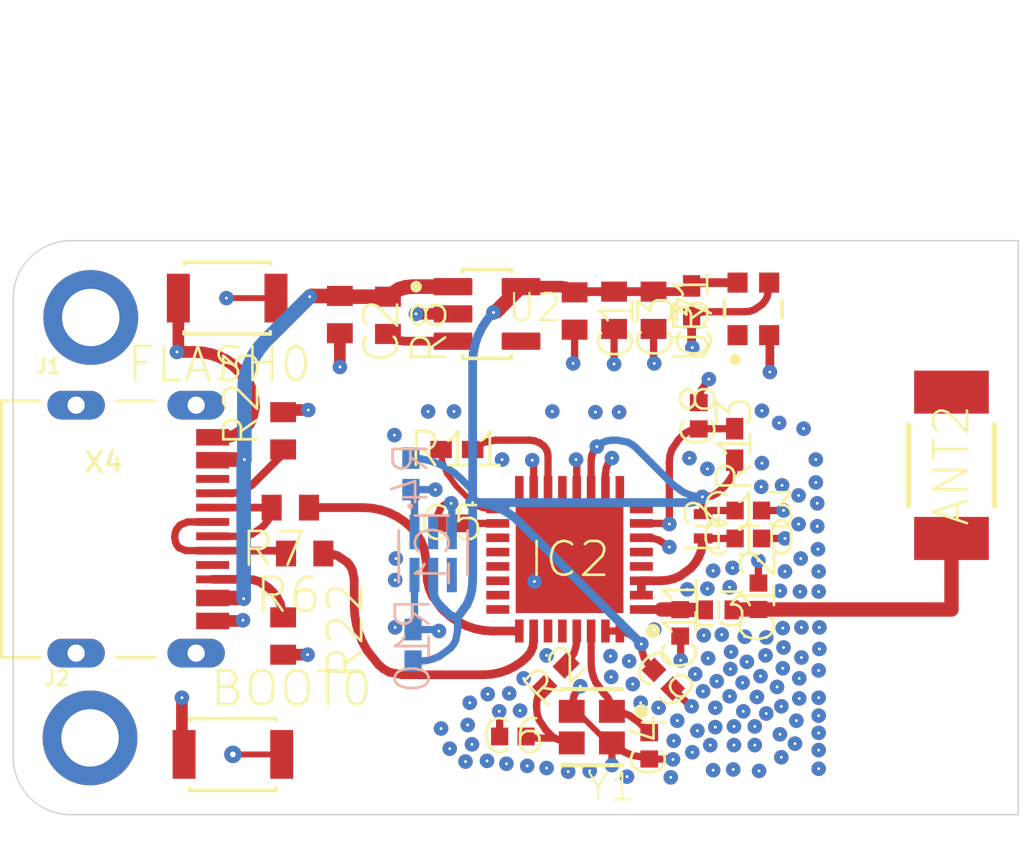
<source format=kicad_pcb>
(kicad_pcb (version 20221018) (generator pcbnew)
  (layers (0 "F.Cu" signal) (1 "In1.Cu" signal) (2 "In2.Cu" signal) (31 "B.Cu" signal) (34 "B.Paste" user) (35 "F.Paste" user) (36 "B.SilkS" user "B.Silkscreen") (37 "F.SilkS" user "F.Silkscreen") (38 "B.Mask" user) (39 "F.Mask" user) (44 "Edge.Cuts" user))
  (net 0 "")
  (net 1 "GND")
  (net 2 "D-")
  (net 3 "D+")
  (net 4 "N$7")
  (net 5 "N$9")
  (net 6 "N$12")
  (net 7 "N$13")
  (net 8 "VBUS")
  (net 9 "N$23")
  (net 10 "VCCIO")
  (net 11 "EN")
  (net 12 "XP")
  (net 13 "XN")
  (net 14 "ANT")
  (net 15 "GPIO9")
  (net 16 "GPIO8")
  (net 17 "SDA")
  (net 18 "SCL")
  (net 19 "N$2")
  (net 20 "NEOPIX")
  (net 21 "N$1")
  (net 22 "N$3")
  (net 23 "N$5")
  (footprint "Bond:RESC1005X40N" (layer "F.Cu") (at 108.24395 66.98105 90)
    (fp_text reference "R13")
    (fp_text value "10K")
  )
  (footprint "Bond:1X01_2MM" (layer "F.Cu") (at 85.79395 77.20605)
    (fp_text reference "J2")
    (fp_text value "")
  )
  (footprint "Bond:SW_B3U-1000P" (layer "F.Cu") (at 90.56895 61.88105)
    (fp_text reference "FLASH0")
    (fp_text value "B3U-1000P")
  )
  (footprint "Bond:SOT95P285X140-5N" (layer "F.Cu") (at 99.61895 62.43105)
    (fp_text reference "U2")
    (fp_text value "AP2112K-3.3TRG1")
  )
  (footprint "Bond:LED_WS2812-2020" (layer "F.Cu") (at 108.89395 62.25605 90)
    (fp_text reference "U3")
    (fp_text value "WS2812-2020")
  )
  (footprint "Bond:CAPC1005X55N" (layer "F.Cu") (at 106.344775 73.197988 -90)
    (fp_text reference "C11")
    (fp_text value "NC")
  )
  (footprint "Bond:C0402" (layer "F.Cu") (at 102.66895 62.33105 -90)
    (fp_text reference "C1")
    (fp_text value "1uF")
  )
  (footprint "Bond:R0402" (layer "F.Cu") (at 93.26895 70.78105 180)
    (fp_text reference "R6")
    (fp_text value "22R")
  )
  (footprint "Bond:QFN50P500X500X90-33N" (layer "F.Cu") (at 102.49395 70.98105 180)
    (fp_text reference "IC2")
    (fp_text value "ESP32-C3FH4")
  )
  (footprint "Bond:R0402" (layer "F.Cu") (at 92.51895 73.65605 -90)
    (fp_text reference "R22")
    (fp_text value "5.1K")
  )
  (footprint "Bond:CAPC1005X55N" (layer "F.Cu") (at 106.99395 65.98105 90)
    (fp_text reference "C8")
    (fp_text value "1uF")
  )
  (footprint "Bond:CAPC1005X55N" (layer "F.Cu") (at 105.761625 75.163375 -45)
    (fp_text reference "C9")
    (fp_text value "100nF")
  )
  (footprint "Bond:R0402" (layer "F.Cu") (at 92.76895 69.18105 180)
    (fp_text reference "R7")
    (fp_text value "22R")
  )
  (footprint "Bond:CAPC1005X55N" (layer "F.Cu") (at 108.71895 70.25605)
    (fp_text reference "C10")
    (fp_text value "100nF")
  )
  (footprint "Bond:MICROBUILDER_USB_C_CUSB31-CFM2AX-01-X" (layer "F.Cu") (at 86.51895 69.93105 -90)
    (fp_text reference "X4")
    (fp_text value "")
  )
  (footprint "Bond:RESC1005X40N" (layer "F.Cu") (at 106.74395 62.00605 -90)
    (fp_text reference "R1")
    (fp_text value "10K")
  )
  (footprint "Bond:RESC1005X40N" (layer "F.Cu") (at 98.56895 67.15605)
    (fp_text reference "R11")
    (fp_text value "10K")
  )
  (footprint "Bond:RESC1005X40N" (layer "F.Cu") (at 101.983593 75.05605 45)
    (fp_text reference "R2")
    (fp_text value "0R")
  )
  (footprint "Bond:LQG15WH0N7B02D" (layer "F.Cu") (at 107.14395 69.83105 -90)
    (fp_text reference "L2")
    (fp_text value "2nH")
  )
  (footprint "Bond:CAPC1005X55N" (layer "F.Cu") (at 105.26895 77.48105 -90)
    (fp_text reference "C4")
    (fp_text value "8pF")
  )
  (footprint "Bond:R0402" (layer "F.Cu") (at 96.16895 62.48105 -90)
    (fp_text reference "R8")
    (fp_text value "100K")
  )
  (footprint "Bond:SW_B3U-1000P" (layer "F.Cu") (at 90.76895 77.78105)
    (fp_text reference "BOOT0")
    (fp_text value "B3U-1000P")
  )
  (footprint "Bond:1X01_2MM" (layer "F.Cu") (at 85.81895 62.55605)
    (fp_text reference "J1")
    (fp_text value "")
  )
  (footprint "Bond:KYOCERA_INTERNATIONAL_INC._ELECTRONIC_COMPONENTS_CX2016DB40000D0FLJCC_0" (layer "F.Cu") (at 103.26895 76.83105 180)
    (fp_text reference "Y1")
    (fp_text value "40MHz" hide)
  )
  (footprint "Bond:NN01102" (layer "F.Cu") (at 115.79395 67.70605 90)
    (fp_text reference "ANT2")
    (fp_text value "NN01-102")
  )
  (footprint "Bond:C0402" (layer "F.Cu") (at 104.04395 62.30605 -90)
    (fp_text reference "C3")
    (fp_text value "10uF")
  )
  (footprint "Bond:CAPC1005X55N" (layer "F.Cu") (at 98.36895 69.73105 180)
    (fp_text reference "C5")
    (fp_text value "1uF")
  )
  (footprint "Bond:C0402" (layer "F.Cu") (at 94.49395 62.45605 -90)
    (fp_text reference "C2")
    (fp_text value "10uF")
  )
  (footprint "Bond:LQW15CNR20J00B" (layer "F.Cu") (at 107.689659 72.7457)
    (fp_text reference "L3")
    (fp_text value "1.2nH")
  )
  (footprint "Bond:CAPC1005X55N" (layer "F.Cu") (at 109.071159 72.271425 90)
    (fp_text reference "C12")
    (fp_text value "NC")
  )
  (footprint "Bond:R0402" (layer "F.Cu") (at 92.51895 66.50605 90)
    (fp_text reference "R23")
    (fp_text value "5.1K")
  )
  (footprint "Bond:CAPC1005X55N" (layer "F.Cu") (at 100.51895 77.15605 180)
    (fp_text reference "C6")
    (fp_text value "8pF")
  )
  (footprint "Bond:C0402" (layer "F.Cu") (at 105.41895 62.30605 -90)
    (fp_text reference "C7")
    (fp_text value "100nF")
  )
  (footprint "Bond:CAPC1005X55N" (layer "F.Cu") (at 108.71895 69.28105)
    (fp_text reference "C13")
    (fp_text value "100nF")
  )
  (footprint "Bond:RESC1005X40N" (layer "B.Cu") (at 96.96895 68.00605 -90)
    (fp_text reference "R4")
    (fp_text value "4.7K")
  )
  (footprint "Bond:TSL25913FN" (layer "B.Cu") (at 97.74395 70.78105 -90)
    (fp_text reference "IC1")
    (fp_text value "TSL25913FN")
  )
  (footprint "Bond:RESC1005X40N" (layer "B.Cu") (at 97.04395 73.98105 90)
    (fp_text reference "R10")
    (fp_text value "4.7K")
  )
  (gr_arc (start 85.11895 79.88105) (mid 83.704736 79.295264) (end 83.11895 77.88105) (stroke (width 0.05)) (layer "Edge.Cuts"))
  (gr_line (start 83.11895 61.88105) (end 83.11895 77.88105) (stroke (width 0.05)) (layer "Edge.Cuts"))
  (gr_line (start 85.11895 79.88105) (end 118.11895 79.88105) (stroke (width 0.05)) (layer "Edge.Cuts"))
  (gr_arc (start 83.11895 61.88105) (mid 83.704736 60.466836) (end 85.11895 59.88105) (stroke (width 0.05)) (layer "Edge.Cuts"))
  (gr_line (start 118.11895 59.88105) (end 85.11895 59.88105) (stroke (width 0.05)) (layer "Edge.Cuts"))
  (gr_line (start 118.11895 79.88105) (end 118.11895 59.88105) (stroke (width 0.05)) (layer "Edge.Cuts"))
  (segment (start 92.51895 65.85605) (end 92.700015 65.78105) (width 0.4064) (layer "F.Cu") (net 1))
  (segment (start 90.523608 64.046099) (end 90.269623 63.920848) (width 0.4064) (layer "F.Cu") (net 1))
  (segment (start 106.704296 76.10605) (end 106.086893 75.488647) (width 0.254) (layer "F.Cu") (net 1))
  (segment (start 90.269623 63.920848) (end 90.001462 63.829819) (width 0.4064) (layer "F.Cu") (net 1))
  (segment (start 107.079403 65.091447) (end 107.322753 64.727247) (width 0.254) (layer "F.Cu") (net 1))
  (segment (start 98.011106 69.179275) (end 98.115916 69.098851) (width 0.254) (layer "F.Cu") (net 1))
  (segment (start 90.06395 66.73105) (end 90.446462 66.73105) (width 0.4064) (layer "F.Cu") (net 1))
  (segment (start 97.90895 69.4259) (end 97.90895 69.4259) (width 0.254) (layer "F.Cu") (net 1))
  (segment (start 91.324509 66.261333) (end 91.422457 66.078087) (width 0.4064) (layer "F.Cu") (net 1))
  (segment (start 89.06895 77.78105) (end 88.99395 77.599985) (width 0.4064) (layer "F.Cu") (net 1))
  (segment (start 103.96895 77.38105) (end 103.96895 78.15605) (width 0.254) (layer "F.Cu") (net 1))
  (segment (start 104.421146 77.709589) (end 104.680143 77.816869) (width 0.254) (layer "F.Cu") (net 1))
  (segment (start 97.90895 69.73105) (end 97.90895 69.4259) (width 0.254) (layer "F.Cu") (net 1))
  (segment (start 103.755562 77.292663) (end 103.96895 77.38105) (width 0.2032) (layer "F.Cu") (net 1))
  (segment (start 104.18212 77.563114) (end 104.421146 77.709589) (width 0.254) (layer "F.Cu") (net 1))
  (segment (start 90.759071 64.203431) (end 90.523608 64.046099) (width 0.4064) (layer "F.Cu") (net 1))
  (segment (start 103.96895 77.38105) (end 104.18212 77.563114) (width 0.254) (layer "F.Cu") (net 1))
  (segment (start 97.90895 69.4259) (end 98.011106 69.179275) (width 0.254) (layer "F.Cu") (net 1))
  (segment (start 106.74395 76.10605) (end 106.704296 76.10605) (width 0.254) (layer "F.Cu") (net 1))
  (segment (start 109.071159 71.036385) (end 109.071159 71.036385) (width 0.254) (layer "F.Cu") (net 1))
  (segment (start 101.872517 71.572961) (end 101.684694 71.673354) (width 0.2032) (layer "F.Cu") (net 1))
  (segment (start 98.43395 62.43105) (end 97.14395 62.43105) (width 0.4064) (layer "F.Cu") (net 1))
  (segment (start 106.99395 65.52105) (end 106.99395 65.52105) (width 0.254) (layer "F.Cu") (net 1))
  (segment (start 102.86895 75.40605) (end 102.86895 75.40605) (width 0.254) (layer "F.Cu") (net 1))
  (segment (start 109.071159 71.811425) (end 109.071159 71.036385) (width 0.254) (layer "F.Cu") (net 1))
  (segment (start 102.56895 76.28105) (end 102.678297 76.295446) (width 0.2032) (layer "F.Cu") (net 1))
  (segment (start 88.86895 61.88105) (end 88.86895 63.635341) (width 0.4064) (layer "F.Cu") (net 1))
  (segment (start 109.071159 71.036385) (end 109.06895 71.03105) (width 0.254) (layer "F.Cu") (net 1))
  (segment (start 92.700015 65.78105) (end 93.39395 65.78105) (width 0.4064) (layer "F.Cu") (net 1))
  (segment (start 98.23797 69.048294) (end 98.36895 69.03105) (width 0.254) (layer "F.Cu") (net 1))
  (segment (start 90.06395 73.13105) (end 91.058593 73.13105) (width 0.4064) (layer "F.Cu") (net 1))
  (segment (start 103.96895 77.38105) (end 103.96895 77.38105) (width 0.254) (layer "F.Cu") (net 1))
  (segment (start 102.646917 75.738346) (end 102.56895 76.130316) (width 0.254) (layer "F.Cu") (net 1))
  (segment (start 102.741569 75.561264) (end 102.646917 75.738346) (width 0.254) (layer "F.Cu") (net 1))
  (segment (start 106.09395 77.95605) (end 106.07895 77.94105) (width 0.254) (layer "F.Cu") (net 1))
  (segment (start 104.04395 62.95605) (end 104.04395 64.18105) (width 0.254) (layer "F.Cu") (net 1))
  (segment (start 91.50314 65.672472) (end 91.50314 65.672473) (width 0.4064) (layer "F.Cu") (net 1))
  (segment (start 90.446462 66.73105) (end 90.446462 66.73105) (width 0.4064) (layer "F.Cu") (net 1))
  (segment (start 106.99395 65.52105) (end 107.01552 65.30204) (width 0.254) (layer "F.Cu") (net 1))
  (segment (start 90.001462 63.829819) (end 89.723714 63.774572) (width 0.4064) (layer "F.Cu") (net 1))
  (segment (start 102.66895 64.035341) (end 102.61895 64.15605) (width 0.254) (layer "F.Cu") (net 1))
  (segment (start 105.41895 62.95605) (end 105.41895 64.095694) (width 0.254) (layer "F.Cu") (net 1))
  (segment (start 105.26895 77.94105) (end 106.07895 77.94105) (width 0.254) (layer "F.Cu") (net 1))
  (segment (start 91.192693 66.42195) (end 91.192693 66.42195) (width 0.4064) (layer "F.Cu") (net 1))
  (segment (start 94.49395 63.10605) (end 94.49395 64.28105) (width 0.4064) (layer "F.Cu") (net 1))
  (segment (start 91.058593 73.13105) (end 91.11895 73.10605) (width 0.4064) (layer "F.Cu") (net 1))
  (segment (start 102.56895 76.130316) (end 102.56895 76.28105) (width 0.254) (layer "F.Cu") (net 1))
  (segment (start 90.652347 66.710772) (end 90.85032 66.650717) (width 0.4064) (layer "F.Cu") (net 1))
  (segment (start 98.115916 69.098851) (end 98.23797 69.048294) (width 0.254) (layer "F.Cu") (net 1))
  (segment (start 101.684694 71.673354) (end 101.26895 71.75605) (width 0.2032) (layer "F.Cu") (net 1))
  (segment (start 100.05895 76.29605) (end 100.05895 77.15605) (width 0.254) (layer "F.Cu") (net 1))
  (segment (start 109.17895 69.28105) (end 109.94395 69.28105) (width 0.254) (layer "F.Cu") (net 1))
  (segment (start 105.232206 77.904307) (end 105.26895 77.94105) (width 0.254) (layer "F.Cu") (net 1))
  (segment (start 98.011106 69.179275) (end 98.011106 69.179275) (width 0.254) (layer "F.Cu") (net 1))
  (segment (start 89.723714 63.774572) (end 89.441131 63.75605) (width 0.4064) (layer "F.Cu") (net 1))
  (segment (start 91.50314 65.672473) (end 91.480813 65.388782) (width 0.4064) (layer "F.Cu") (net 1))
  (segment (start 105.41895 64.095694) (end 105.41895 64.095694) (width 0.254) (layer "F.Cu") (net 1))
  (segment (start 107.322753 64.727247) (end 107.34395 64.70605) (width 0.254) (layer "F.Cu") (net 1))
  (segment (start 102.780193 76.337653) (end 102.867693 76.404794) (width 0.2032) (layer "F.Cu") (net 1))
  (segment (start 109.17895 70.25605) (end 109.99395 70.25605) (width 0.254) (layer "F.Cu") (net 1))
  (segment (start 109.46895 63.231407) (end 109.46895 64.45605) (width 0.3048) (layer "F.Cu") (net 1))
  (segment (start 102.86895 75.40605) (end 102.741569 75.561264) (width 0.254) (layer "F.Cu") (net 1))
  (segment (start 91.422457 66.078087) (end 91.50314 65.672472) (width 0.4064) (layer "F.Cu") (net 1))
  (segment (start 91.414382 65.112077) (end 91.305482 64.849171) (width 0.4064) (layer "F.Cu") (net 1))
  (segment (start 91.192693 66.42195) (end 91.324509 66.261333) (width 0.4064) (layer "F.Cu") (net 1))
  (segment (start 102.66895 62.98105) (end 102.66895 64.035341) (width 0.254) (layer "F.Cu") (net 1))
  (segment (start 90.446462 66.73105) (end 90.652347 66.710772) (width 0.4064) (layer "F.Cu") (net 1))
  (segment (start 106.344775 73.657988) (end 106.344775 73.657987) (width 0.254) (layer "F.Cu") (net 1))
  (segment (start 100.04395 76.28105) (end 100.05895 76.29605) (width 0.254) (layer "F.Cu") (net 1))
  (segment (start 102.66895 64.035341) (end 102.66895 64.035341) (width 0.254) (layer "F.Cu") (net 1))
  (segment (start 90.971984 64.39015) (end 90.971985 64.39015) (width 0.4064) (layer "F.Cu") (net 1))
  (segment (start 91.305482 64.849171) (end 90.971984 64.39015) (width 0.4064) (layer "F.Cu") (net 1))
  (segment (start 109.44395 63.17105) (end 109.46895 63.231407) (width 0.3048) (layer "F.Cu") (net 1))
  (segment (start 102.49395 70.98105) (end 102.037146 71.437854) (width 0.2032) (layer "F.Cu") (net 1))
  (segment (start 102.867693 76.404794) (end 103.755562 77.292663) (width 0.2032) (layer "F.Cu") (net 1))
  (segment (start 88.99395 77.599985) (end 88.99395 75.80605) (width 0.4064) (layer "F.Cu") (net 1))
  (segment (start 90.971985 64.39015) (end 90.759071 64.203431) (width 0.4064) (layer "F.Cu") (net 1))
  (segment (start 89.441131 63.75605) (end 88.81895 63.75605) (width 0.4064) (layer "F.Cu") (net 1))
  (segment (start 88.86895 63.635341) (end 88.81895 63.75605) (width 0.4064) (layer "F.Cu") (net 1))
  (segment (start 102.678297 76.295446) (end 102.780193 76.337653) (width 0.2032) (layer "F.Cu") (net 1))
  (segment (start 105.41895 64.095694) (end 105.44395 64.15605) (width 0.254) (layer "F.Cu") (net 1))
  (segment (start 106.344775 73.657987) (end 106.363403 73.70296) (width 0.254) (layer "F.Cu") (net 1))
  (segment (start 91.480813 65.388782) (end 91.414382 65.112077) (width 0.4064) (layer "F.Cu") (net 1))
  (segment (start 90.85032 66.650717) (end 91.192693 66.42195) (width 0.4064) (layer "F.Cu") (net 1))
  (segment (start 102.56895 76.28105) (end 102.56895 76.28105) (width 0.2032) (layer "F.Cu") (net 1))
  (segment (start 91.058593 73.13105) (end 91.058593 73.13105) (width 0.4064) (layer "F.Cu") (net 1))
  (segment (start 88.86895 63.635341) (end 88.86895 63.635341) (width 0.4064) (layer "F.Cu") (net 1))
  (segment (start 106.363403 73.70296) (end 106.363403 74.501241) (width 0.254) (layer "F.Cu") (net 1))
  (segment (start 104.680143 77.816869) (end 105.232206 77.904307) (width 0.254) (layer "F.Cu") (net 1))
  (segment (start 89.06895 77.78105) (end 89.06895 77.78105) (width 0.4064) (layer "F.Cu") (net 1))
  (segment (start 92.51895 74.30605) (end 93.36895 74.30605) (width 0.4064) (layer "F.Cu") (net 1))
  (segment (start 102.037146 71.437854) (end 102.037146 71.437854) (width 0.2032) (layer "F.Cu") (net 1))
  (segment (start 92.51895 65.85605) (end 92.51895 65.85605) (width 0.4064) (layer "F.Cu") (net 1))
  (segment (start 109.44395 63.17105) (end 109.44395 63.17105) (width 0.3048) (layer "F.Cu") (net 1))
  (segment (start 107.01552 65.30204) (end 107.079403 65.091447) (width 0.254) (layer "F.Cu") (net 1))
  (segment (start 102.037146 71.437854) (end 101.872517 71.572961) (width 0.2032) (layer "F.Cu") (net 1))
  (segment (start 103.755562 77.292663) (end 103.755562 77.292663) (width 0.2032) (layer "F.Cu") (net 1))
  (via (at 109.34395 76.35605) (size 0.5064) (drill 0.1) (layers "F.Cu" "B.Cu") (net 1))
  (via (at 108.51895 75.28105) (size 0.5064) (drill 0.1) (layers "F.Cu" "B.Cu") (net 1))
  (via (at 109.81895 72.08105) (size 0.5064) (drill 0.1) (layers "F.Cu" "B.Cu") (net 1))
  (via (at 96.41895 71.70605) (size 0.5064) (drill 0.1) (layers "F.Cu" "B.Cu") (net 1))
  (via (at 110.46895 69.75605) (size 0.5064) (drill 0.1) (layers "F.Cu" "B.Cu") (net 1))
  (via (at 107.29395 72.00605) (size 0.5064) (drill 0.1) (layers "F.Cu" "B.Cu") (net 1))
  (via (at 98.31895 77.58105) (size 0.5064) (drill 0.1) (layers "F.Cu" "B.Cu") (net 1))
  (via (at 98.46895 65.83105) (size 0.5064) (drill 0.1) (layers "F.Cu" "B.Cu") (net 1))
  (via (at 100.14395 67.50605) (size 0.5064) (drill 0.1) (layers "F.Cu" "B.Cu") (net 1))
  (via (at 102.61895 64.15605) (size 0.5064) (drill 0.1) (layers "F.Cu" "B.Cu") (net 1))
  (via (at 107.56895 76.15605) (size 0.5064) (drill 0.1) (layers "F.Cu" "B.Cu") (net 1))
  (via (at 105.59395 76.15605) (size 0.5064) (drill 0.1) (layers "F.Cu" "B.Cu") (net 1))
  (via (at 96.41895 73.35605) (size 0.5064) (drill 0.1) (layers "F.Cu" "B.Cu") (net 1))
  (via (at 103.96895 78.15605) (size 0.5064) (drill 0.1) (layers "F.Cu" "B.Cu") (net 1))
  (via (at 88.81895 63.75605) (size 0.5064) (drill 0.1) (layers "F.Cu" "B.Cu") (net 1))
  (via (at 97.56895 65.83105) (size 0.5064) (drill 0.1) (layers "F.Cu" "B.Cu") (net 1))
  (via (at 98.86895 78.03105) (size 0.5064) (drill 0.1) (layers "F.Cu" "B.Cu") (net 1))
  (via (at 100.89395 75.13105) (size 0.5064) (drill 0.1) (layers "F.Cu" "B.Cu") (net 1))
  (via (at 104.96895 75.98105) (size 0.5064) (drill 0.1) (layers "F.Cu" "B.Cu") (net 1))
  (via (at 105.44395 73.43105) (size 0.5064) (drill 0.1) (layers "F.Cu" "B.Cu") (net 1))
  (via (at 106.01895 78.58105) (size 0.5064) (drill 0.1) (layers "F.Cu" "B.Cu") (net 1))
  (via (at 110.54395 70.95605) (size 0.5064) (drill 0.1) (layers "F.Cu" "B.Cu") (net 1))
  (via (at 109.01895 75.78105) (size 0.5064) (drill 0.1) (layers "F.Cu" "B.Cu") (net 1))
  (via (at 109.34395 73.70605) (size 0.5064) (drill 0.1) (layers "F.Cu" "B.Cu") (net 1))
  (via (at 111.16895 71.40605) (size 0.5064) (drill 0.1) (layers "F.Cu" "B.Cu") (net 1))
  (via (at 108.19395 78.30605) (size 0.5064) (drill 0.1) (layers "F.Cu" "B.Cu") (net 1))
  (via (at 107.79395 73.60605) (size 0.5064) (drill 0.1) (layers "F.Cu" "B.Cu") (net 1))
  (via (at 108.94395 77.45605) (size 0.5064) (drill 0.1) (layers "F.Cu" "B.Cu") (net 1))
  (via (at 109.94395 74.05605) (size 0.5064) (drill 0.1) (layers "F.Cu" "B.Cu") (net 1))
  (via (at 110.64395 66.43105) (size 0.5064) (drill 0.1) (layers "F.Cu" "B.Cu") (net 1))
  (via (at 110.56895 74.40605) (size 0.5064) (drill 0.1) (layers "F.Cu" "B.Cu") (net 1))
  (via (at 108.11895 74.20605) (size 0.5064) (drill 0.1) (layers "F.Cu" "B.Cu") (net 1))
  (via (at 106.363403 74.501241) (size 0.5064) (drill 0.1) (layers "F.Cu" "B.Cu") (net 1))
  (via (at 108.59395 73.68105) (size 0.5064) (drill 0.1) (layers "F.Cu" "B.Cu") (net 1))
  (via (at 111.19395 74.10605) (size 0.5064) (drill 0.1) (layers "F.Cu" "B.Cu") (net 1))
  (via (at 101.01895 78.18105) (size 0.5064) (drill 0.1) (layers "F.Cu" "B.Cu") (net 1))
  (via (at 106.94395 76.95605) (size 0.5064) (drill 0.1) (layers "F.Cu" "B.Cu") (net 1))
  (via (at 104.69395 75.33105) (size 0.5064) (drill 0.1) (layers "F.Cu" "B.Cu") (net 1))
  (via (at 100.04395 76.28105) (size 0.5064) (drill 0.1) (layers "F.Cu" "B.Cu") (net 1))
  (via (at 103.19395 78.35605) (size 0.5064) (drill 0.1) (layers "F.Cu" "B.Cu") (net 1))
  (via (at 108.16895 71.28105) (size 0.5064) (drill 0.1) (layers "F.Cu" "B.Cu") (net 1))
  (via (at 111.16895 78.28105) (size 0.5064) (drill 0.1) (layers "F.Cu" "B.Cu") (net 1))
  (via (at 103.39395 65.85605) (size 0.5064) (drill 0.1) (layers "F.Cu" "B.Cu") (net 1))
  (via (at 109.89395 68.40605) (size 0.5064) (drill 0.1) (layers "F.Cu" "B.Cu") (net 1))
  (via (at 98.36895 69.03105) (size 0.5064) (drill 0.1) (layers "F.Cu" "B.Cu") (net 1))
  (via (at 109.91895 74.78105) (size 0.5064) (drill 0.1) (layers "F.Cu" "B.Cu") (net 1))
  (via (at 109.14395 75.05605) (size 0.5064) (drill 0.1) (layers "F.Cu" "B.Cu") (net 1))
  (via (at 109.19395 65.80605) (size 0.5064) (drill 0.1) (layers "F.Cu" "B.Cu") (net 1))
  (via (at 96.39395 66.65605) (size 0.5064) (drill 0.1) (layers "F.Cu" "B.Cu") (net 1))
  (via (at 111.16895 77.03105) (size 0.5064) (drill 0.1) (layers "F.Cu" "B.Cu") (net 1))
  (via (at 109.19395 67.63105) (size 0.5064) (drill 0.1) (layers "F.Cu" "B.Cu") (net 1))
  (via (at 102.86895 75.40605) (size 0.5064) (drill 0.1) (layers "F.Cu" "B.Cu") (net 1))
  (via (at 93.39395 65.78105) (size 0.5064) (drill 0.1) (layers "F.Cu" "B.Cu") (net 1))
  (via (at 111.16895 75.80605) (size 0.5064) (drill 0.1) (layers "F.Cu" "B.Cu") (net 1))
  (via (at 100.29395 78.10605) (size 0.5064) (drill 0.1) (layers "F.Cu" "B.Cu") (net 1))
  (via (at 101.69395 78.25605) (size 0.5064) (drill 0.1) (layers "F.Cu" "B.Cu") (net 1))
  (via (at 106.24395 76.60605) (size 0.5064) (drill 0.1) (layers "F.Cu" "B.Cu") (net 1))
  (via (at 109.91895 73.38105) (size 0.5064) (drill 0.1) (layers "F.Cu" "B.Cu") (net 1))
  (via (at 110.34395 77.40605) (size 0.5064) (drill 0.1) (layers "F.Cu" "B.Cu") (net 1))
  (via (at 106.76895 77.70605) (size 0.5064) (drill 0.1) (layers "F.Cu" "B.Cu") (net 1))
  (via (at 111.16895 77.63105) (size 0.5064) (drill 0.1) (layers "F.Cu" "B.Cu") (net 1))
  (via (at 109.81895 77.08105) (size 0.5064) (drill 0.1) (layers "F.Cu" "B.Cu") (net 1))
  (via (at 107.39395 77.45605) (size 0.5064) (drill 0.1) (layers "F.Cu" "B.Cu") (net 1))
  (via (at 108.06895 75.75605) (size 0.5064) (drill 0.1) (layers "F.Cu" "B.Cu") (net 1))
  (via (at 111.11895 69.83105) (size 0.5064) (drill 0.1) (layers "F.Cu" "B.Cu") (net 1))
  (via (at 111.16895 72.10605) (size 0.5064) (drill 0.1) (layers "F.Cu" "B.Cu") (net 1))
  (via (at 107.34395 64.70605) (size 0.5064) (drill 0.1) (layers "F.Cu" "B.Cu") (net 1))
  (via (at 109.16895 68.45605) (size 0.5064) (drill 0.1) (layers "F.Cu" "B.Cu") (net 1))
  (via (at 111.11895 69.03105) (size 0.5064) (drill 0.1) (layers "F.Cu" "B.Cu") (net 1))
  (via (at 108.09395 74.80605) (size 0.5064) (drill 0.1) (layers "F.Cu" "B.Cu") (net 1))
  (via (at 110.49395 75.13105) (size 0.5064) (drill 0.1) (layers "F.Cu" "B.Cu") (net 1))
  (via (at 109.09395 78.35605) (size 0.5064) (drill 0.1) (layers "F.Cu" "B.Cu") (net 1))
  (via (at 109.71895 75.43105) (size 0.5064) (drill 0.1) (layers "F.Cu" "B.Cu") (net 1))
  (via (at 109.06895 71.03105) (size 0.5064) (drill 0.1) (layers "F.Cu" "B.Cu") (net 1))
  (via (at 103.91895 74.35605) (size 0.5064) (drill 0.1) (layers "F.Cu" "B.Cu") (net 1))
  (via (at 101.69395 74.33105) (size 0.5064) (drill 0.1) (layers "F.Cu" "B.Cu") (net 1))
  (via (at 110.39395 76.60605) (size 0.5064) (drill 0.1) (layers "F.Cu" "B.Cu") (net 1))
  (via (at 105.44395 64.15605) (size 0.5064) (drill 0.1) (layers "F.Cu" "B.Cu") (net 1))
  (via (at 91.11895 73.10605) (size 0.5064) (drill 0.1) (layers "F.Cu" "B.Cu") (net 1))
  (via (at 108.06895 71.95605) (size 0.5064) (drill 0.1) (layers "F.Cu" "B.Cu") (net 1))
  (via (at 106.66895 67.45605) (size 0.5064) (drill 0.1) (layers "F.Cu" "B.Cu") (net 1))
  (via (at 107.16895 73.63105) (size 0.5064) (drill 0.1) (layers "F.Cu" "B.Cu") (net 1))
  (via (at 108.54395 76.28105) (size 0.5064) (drill 0.1) (layers "F.Cu" "B.Cu") (net 1))
  (via (at 107.29395 67.83105) (size 0.5064) (drill 0.1) (layers "F.Cu" "B.Cu") (net 1))
  (via (at 88.99395 75.80605) (size 0.5064) (drill 0.1) (layers "F.Cu" "B.Cu") (net 1))
  (via (at 99.09395 77.43105) (size 0.5064) (drill 0.1) (layers "F.Cu" "B.Cu") (net 1))
  (via (at 106.74395 76.10605) (size 0.5064) (drill 0.1) (layers "F.Cu" "B.Cu") (net 1))
  (via (at 104.04395 64.18105) (size 0.5064) (drill 0.1) (layers "F.Cu" "B.Cu") (net 1))
  (via (at 94.49395 64.28105) (size 0.5064) (drill 0.1) (layers "F.Cu" "B.Cu") (net 1))
  (via (at 106.09395 77.95605) (size 0.5064) (drill 0.1) (layers "F.Cu" "B.Cu") (net 1))
  (via (at 99.01895 75.98105) (size 0.5064) (drill 0.1) (layers "F.Cu" "B.Cu") (net 1))
  (via (at 110.56895 73.35605) (size 0.5064) (drill 0.1) (layers "F.Cu" "B.Cu") (net 1))
  (via (at 111.06895 67.50605) (size 0.5064) (drill 0.1) (layers "F.Cu" "B.Cu") (net 1))
  (via (at 111.19395 73.35605) (size 0.5064) (drill 0.1) (layers "F.Cu" "B.Cu") (net 1))
  (via (at 109.99395 71.40605) (size 0.5064) (drill 0.1) (layers "F.Cu" "B.Cu") (net 1))
  (via (at 104.21895 65.85605) (size 0.5064) (drill 0.1) (layers "F.Cu" "B.Cu") (net 1))
  (via (at 107.56895 76.83105) (size 0.5064) (drill 0.1) (layers "F.Cu" "B.Cu") (net 1))
  (via (at 106.59395 72.03105) (size 0.5064) (drill 0.1) (layers "F.Cu" "B.Cu") (net 1))
  (via (at 109.86895 77.88105) (size 0.5064) (drill 0.1) (layers "F.Cu" "B.Cu") (net 1))
  (via (at 107.31895 74.43105) (size 0.5064) (drill 0.1) (layers "F.Cu" "B.Cu") (net 1))
  (via (at 98.01895 76.88105) (size 0.5064) (drill 0.1) (layers "F.Cu" "B.Cu") (net 1))
  (via (at 106.86895 74.98105) (size 0.5064) (drill 0.1) (layers "F.Cu" "B.Cu") (net 1))
  (via (at 111.06895 68.30605) (size 0.5064) (drill 0.1) (layers "F.Cu" "B.Cu") (net 1))
  (via (at 109.46895 64.45605) (size 0.5064) (drill 0.1) (layers "F.Cu" "B.Cu") (net 1))
  (via (at 104.56895 74.53105) (size 0.5064) (drill 0.1) (layers "F.Cu" "B.Cu") (net 1))
  (via (at 107.49395 71.38105) (size 0.5064) (drill 0.1) (layers "F.Cu" "B.Cu") (net 1))
  (via (at 101.26895 71.75605) (size 0.5064) (drill 0.1) (layers "F.Cu" "B.Cu") (net 1))
  (via (at 108.66895 74.55605) (size 0.5064) (drill 0.1) (layers "F.Cu" "B.Cu") (net 1))
  (via (at 107.61895 75.23105) (size 0.5064) (drill 0.1) (layers "F.Cu" "B.Cu") (net 1))
  (via (at 102.44395 78.38105) (size 0.5064) (drill 0.1) (layers "F.Cu" "B.Cu") (net 1))
  (via (at 99.61895 78.00605) (size 0.5064) (drill 0.1) (layers "F.Cu" "B.Cu") (net 1))
  (via (at 98.94395 76.75605) (size 0.5064) (drill 0.1) (layers "F.Cu" "B.Cu") (net 1))
  (via (at 106.11895 77.30605) (size 0.5064) (drill 0.1) (layers "F.Cu" "B.Cu") (net 1))
  (via (at 104.49395 78.55605) (size 0.5064) (drill 0.1) (layers "F.Cu" "B.Cu") (net 1))
  (via (at 107.14395 75.58105) (size 0.5064) (drill 0.1) (layers "F.Cu" "B.Cu") (net 1))
  (via (at 100.39395 75.65605) (size 0.5064) (drill 0.1) (layers "F.Cu" "B.Cu") (net 1))
  (via (at 109.79395 66.23105) (size 0.5064) (drill 0.1) (layers "F.Cu" "B.Cu") (net 1))
  (via (at 111.16895 74.85605) (size 0.5064) (drill 0.1) (layers "F.Cu" "B.Cu") (net 1))
  (via (at 109.99395 70.25605) (size 0.5064) (drill 0.1) (layers "F.Cu" "B.Cu") (net 1))
  (via (at 111.16895 76.43105) (size 0.5064) (drill 0.1) (layers "F.Cu" "B.Cu") (net 1))
  (via (at 93.36895 74.30605) (size 0.5064) (drill 0.1) (layers "F.Cu" "B.Cu") (net 1))
  (via (at 97.14395 62.43105) (size 0.5064) (drill 0.1) (layers "F.Cu" "B.Cu") (net 1))
  (via (at 100.76895 76.25605) (size 0.5064) (drill 0.1) (layers "F.Cu" "B.Cu") (net 1))
  (via (at 96.44395 70.95605) (size 0.5064) (drill 0.1) (layers "F.Cu" "B.Cu") (net 1))
  (via (at 101.89395 65.83105) (size 0.5064) (drill 0.1) (layers "F.Cu" "B.Cu") (net 1))
  (via (at 110.51895 72.10605) (size 0.5064) (drill 0.1) (layers "F.Cu" "B.Cu") (net 1))
  (via (at 110.46895 68.75605) (size 0.5064) (drill 0.1) (layers "F.Cu" "B.Cu") (net 1))
  (via (at 103.94395 75.08105) (size 0.5064) (drill 0.1) (layers "F.Cu" "B.Cu") (net 1))
  (via (at 99.64395 75.68105) (size 0.5064) (drill 0.1) (layers "F.Cu" "B.Cu") (net 1))
  (via (at 109.94395 69.28105) (size 0.5064) (drill 0.1) (layers "F.Cu" "B.Cu") (net 1))
  (via (at 108.21895 77.45605) (size 0.5064) (drill 0.1) (layers "F.Cu" "B.Cu") (net 1))
  (via (at 108.21895 76.80605) (size 0.5064) (drill 0.1) (layers "F.Cu" "B.Cu") (net 1))
  (via (at 109.86895 76.10605) (size 0.5064) (drill 0.1) (layers "F.Cu" "B.Cu") (net 1))
  (via (at 108.94395 76.80605) (size 0.5064) (drill 0.1) (layers "F.Cu" "B.Cu") (net 1))
  (via (at 111.14395 70.63105) (size 0.5064) (drill 0.1) (layers "F.Cu" "B.Cu") (net 1))
  (via (at 110.49395 75.83105) (size 0.5064) (drill 0.1) (layers "F.Cu" "B.Cu") (net 1))
  (via (at 109.31895 74.33105) (size 0.5064) (drill 0.1) (layers "F.Cu" "B.Cu") (net 1))
  (via (at 107.49395 78.33105) (size 0.5064) (drill 0.1) (layers "F.Cu" "B.Cu") (net 1))
  (segment (start 98.39395 69.05605) (end 98.36895 69.03105) (width 0.254) (layer "B.Cu") (net 1))
  (segment (start 98.39395 69.05605) (end 98.39395 70.03105) (width 0.254) (layer "B.Cu") (net 1))
  (segment (start 97.540499 71.729859) (end 97.604616 71.996925) (width 0.3048) (layer "F.Cu") (net 2))
  (segment (start 97.162535 70.091232) (end 97.315545 70.34092) (width 0.3048) (layer "F.Cu") (net 2))
  (segment (start 97.51895 71.45605) (end 97.51895 71.45605) (width 0.3048) (layer "F.Cu") (net 2))
  (segment (start 96.486216 69.495528) (end 96.741508 69.66611) (width 0.3048) (layer "F.Cu") (net 2))
  (segment (start 98.031603 72.693704) (end 98.11895 72.78105) (width 0.3048) (layer "F.Cu") (net 2))
  (segment (start 96.741508 69.66611) (end 96.97235 69.868554) (width 0.3048) (layer "F.Cu") (net 2))
  (segment (start 98.894306 73.299126) (end 99.190336 73.399614) (width 0.3048) (layer "F.Cu") (net 2))
  (segment (start 97.51895 71.45605) (end 97.540499 71.729859) (width 0.3048) (layer "F.Cu") (net 2))
  (segment (start 97.604616 71.996925) (end 97.709722 72.250673) (width 0.3048) (layer "F.Cu") (net 2))
  (segment (start 93.41895 69.18105) (end 95.312584 69.18105) (width 0.3048) (layer "F.Cu") (net 2))
  (segment (start 98.353991 72.987175) (end 98.613925 73.160857) (width 0.3048) (layer "F.Cu") (net 2))
  (segment (start 95.312584 69.18105) (end 95.312584 69.18105) (width 0.3048) (layer "F.Cu") (net 2))
  (segment (start 95.312584 69.18105) (end 95.618964 69.201132) (width 0.3048) (layer "F.Cu") (net 2))
  (segment (start 96.97235 69.868554) (end 96.97235 69.868554) (width 0.3048) (layer "F.Cu") (net 2))
  (segment (start 96.97235 69.868554) (end 97.162535 70.091232) (width 0.3048) (layer "F.Cu") (net 2))
  (segment (start 99.496949 73.460603) (end 99.8089 73.48105) (width 0.3048) (layer "F.Cu") (net 2))
  (segment (start 98.613925 73.160857) (end 98.894306 73.299126) (width 0.3048) (layer "F.Cu") (net 2))
  (segment (start 95.618964 69.201132) (end 95.920101 69.261033) (width 0.3048) (layer "F.Cu") (net 2))
  (segment (start 98.11895 72.78105) (end 98.11895 72.78105) (width 0.3048) (layer "F.Cu") (net 2))
  (segment (start 97.709722 72.250673) (end 98.031603 72.693704) (width 0.3048) (layer "F.Cu") (net 2))
  (segment (start 99.190336 73.399614) (end 99.496949 73.460603) (width 0.3048) (layer "F.Cu") (net 2))
  (segment (start 97.51895 71.18816) (end 97.51895 71.45605) (width 0.3048) (layer "F.Cu") (net 2))
  (segment (start 99.8089 73.48105) (end 100.74395 73.48105) (width 0.3048) (layer "F.Cu") (net 2))
  (segment (start 97.427611 70.611471) (end 97.51895 71.18816) (width 0.3048) (layer "F.Cu") (net 2))
  (segment (start 98.11895 72.78105) (end 98.353991 72.987175) (width 0.3048) (layer "F.Cu") (net 2))
  (segment (start 97.315545 70.34092) (end 97.427611 70.611471) (width 0.3048) (layer "F.Cu") (net 2))
  (segment (start 96.210843 69.359728) (end 96.486216 69.495528) (width 0.3048) (layer "F.Cu") (net 2))
  (segment (start 95.920101 69.261033) (end 96.210843 69.359728) (width 0.3048) (layer "F.Cu") (net 2))
  (segment (start 95.848759 74.66515) (end 95.848759 74.66515) (width 0.3048) (layer "F.Cu") (net 3))
  (segment (start 99.781462 74.987699) (end 99.501487 75.00605) (width 0.3048) (layer "F.Cu") (net 3))
  (segment (start 93.91895 70.78105) (end 94.01895 70.88105) (width 0.254) (layer "F.Cu") (net 3))
  (segment (start 100.807264 74.562797) (end 100.573974 74.718677) (width 0.3048) (layer "F.Cu") (net 3))
  (segment (start 94.411653 70.859017) (end 94.74395 71.08105) (width 0.3048) (layer "F.Cu") (net 3))
  (segment (start 101.018212 74.3778) (end 101.018212 74.3778) (width 0.3048) (layer "F.Cu") (net 3))
  (segment (start 94.74395 71.08105) (end 94.74395 71.081049) (width 0.3048) (layer "F.Cu") (net 3))
  (segment (start 96.025134 74.809897) (end 96.226359 74.917454) (width 0.3048) (layer "F.Cu") (net 3))
  (segment (start 101.24395 73.832829) (end 101.24395 73.832829) (width 0.3048) (layer "F.Cu") (net 3))
  (segment (start 101.217688 74.032302) (end 101.140693 74.218182) (width 0.3048) (layer "F.Cu") (net 3))
  (segment (start 94.99395 71.684604) (end 94.99395 72.601457) (width 0.3048) (layer "F.Cu") (net 3))
  (segment (start 100.322333 74.842773) (end 100.056647 74.932961) (width 0.3048) (layer "F.Cu") (net 3))
  (segment (start 94.019684 70.78105) (end 94.019683 70.78105) (width 0.3048) (layer "F.Cu") (net 3))
  (segment (start 93.91895 70.78105) (end 94.019684 70.78105) (width 0.3048) (layer "F.Cu") (net 3))
  (segment (start 96.671768 75.00605) (end 99.501487 75.00605) (width 0.3048) (layer "F.Cu") (net 3))
  (segment (start 94.019683 70.78105) (end 94.219508 70.800731) (width 0.3048) (layer "F.Cu") (net 3))
  (segment (start 101.018212 74.3778) (end 100.807264 74.562797) (width 0.3048) (layer "F.Cu") (net 3))
  (segment (start 100.573974 74.718677) (end 100.322333 74.842773) (width 0.3048) (layer "F.Cu") (net 3))
  (segment (start 95.157726 73.565377) (end 95.282972 73.867748) (width 0.3048) (layer "F.Cu") (net 3))
  (segment (start 95.012301 72.928226) (end 95.067123 73.250885) (width 0.3048) (layer "F.Cu") (net 3))
  (segment (start 101.24395 73.832829) (end 101.217688 74.032302) (width 0.3048) (layer "F.Cu") (net 3))
  (segment (start 94.928977 71.357963) (end 94.99395 71.684604) (width 0.3048) (layer "F.Cu") (net 3))
  (segment (start 94.219508 70.800731) (end 94.411653 70.859017) (width 0.3048) (layer "F.Cu") (net 3))
  (segment (start 95.282972 73.867748) (end 95.441285 74.154194) (width 0.3048) (layer "F.Cu") (net 3))
  (segment (start 101.140693 74.218182) (end 101.018212 74.3778) (width 0.3048) (layer "F.Cu") (net 3))
  (segment (start 95.441285 74.154194) (end 95.848759 74.66515) (width 0.3048) (layer "F.Cu") (net 3))
  (segment (start 95.848759 74.66515) (end 96.025134 74.809897) (width 0.3048) (layer "F.Cu") (net 3))
  (segment (start 96.226359 74.917454) (end 96.671768 75.00605) (width 0.3048) (layer "F.Cu") (net 3))
  (segment (start 94.99395 72.601457) (end 94.99395 72.601457) (width 0.3048) (layer "F.Cu") (net 3))
  (segment (start 100.056647 74.932961) (end 99.781462 74.987699) (width 0.3048) (layer "F.Cu") (net 3))
  (segment (start 94.8501 71.210394) (end 94.928977 71.357963) (width 0.3048) (layer "F.Cu") (net 3))
  (segment (start 101.24395 73.48105) (end 101.24395 73.832829) (width 0.3048) (layer "F.Cu") (net 3))
  (segment (start 94.74395 71.081049) (end 94.8501 71.210394) (width 0.3048) (layer "F.Cu") (net 3))
  (segment (start 94.99395 72.601457) (end 95.012301 72.928226) (width 0.3048) (layer "F.Cu") (net 3))
  (segment (start 95.067123 73.250885) (end 95.157726 73.565377) (width 0.3048) (layer "F.Cu") (net 3))
  (segment (start 91.686653 71.759017) (end 92.01895 71.98105) (width 0.3048) (layer "F.Cu") (net 4))
  (segment (start 92.147718 72.109819) (end 92.147718 72.109819) (width 0.3048) (layer "F.Cu") (net 4))
  (segment (start 90.06395 71.68105) (end 91.294684 71.68105) (width 0.3048) (layer "F.Cu") (net 4))
  (segment (start 92.305343 72.301886) (end 92.42247 72.521013) (width 0.3048) (layer "F.Cu") (net 4))
  (segment (start 91.294683 71.68105) (end 91.494508 71.700731) (width 0.3048) (layer "F.Cu") (net 4))
  (segment (start 92.42247 72.521013) (end 92.51895 73.00605) (width 0.3048) (layer "F.Cu") (net 4))
  (segment (start 91.494508 71.700731) (end 91.686653 71.759017) (width 0.3048) (layer "F.Cu") (net 4))
  (segment (start 91.294684 71.68105) (end 91.294683 71.68105) (width 0.3048) (layer "F.Cu") (net 4))
  (segment (start 92.01895 71.98105) (end 92.147718 72.109819) (width 0.3048) (layer "F.Cu") (net 4))
  (segment (start 92.147718 72.109819) (end 92.305343 72.301886) (width 0.3048) (layer "F.Cu") (net 4))
  (segment (start 90.719684 68.68105) (end 90.919508 68.661369) (width 0.27) (layer "F.Cu") (net 5))
  (segment (start 91.44395 68.38105) (end 92.412884 67.412116) (width 0.27) (layer "F.Cu") (net 5))
  (segment (start 91.111654 68.603082) (end 91.44395 68.38105) (width 0.27) (layer "F.Cu") (net 5))
  (segment (start 92.412884 67.412116) (end 92.51895 67.15605) (width 0.27) (layer "F.Cu") (net 5))
  (segment (start 92.412884 67.412116) (end 92.412884 67.412116) (width 0.27) (layer "F.Cu") (net 5))
  (segment (start 90.06395 68.68105) (end 90.719684 68.68105) (width 0.27) (layer "F.Cu") (net 5))
  (segment (start 90.919508 68.661369) (end 91.111654 68.603082) (width 0.27) (layer "F.Cu") (net 5))
  (segment (start 90.719684 68.68105) (end 90.719684 68.68105) (width 0.27) (layer "F.Cu") (net 5))
  (segment (start 91.976546 69.650493) (end 92.05463 69.504408) (width 0.254) (layer "F.Cu") (net 6))
  (segment (start 91.044684 70.18105) (end 91.044684 70.18105) (width 0.254) (layer "F.Cu") (net 6))
  (segment (start 91.044684 70.18105) (end 91.244508 70.161369) (width 0.254) (layer "F.Cu") (net 6))
  (segment (start 91.871462 69.778538) (end 91.976546 69.650493) (width 0.254) (layer "F.Cu") (net 6))
  (segment (start 91.436654 70.103082) (end 91.76895 69.88105) (width 0.254) (layer "F.Cu") (net 6))
  (segment (start 90.06395 69.18105) (end 92.11895 69.18105) (width 0.27) (layer "F.Cu") (net 6))
  (segment (start 92.05463 69.504408) (end 92.11895 69.18105) (width 0.254) (layer "F.Cu") (net 6))
  (segment (start 91.871462 69.778538) (end 91.871462 69.778538) (width 0.254) (layer "F.Cu") (net 6))
  (segment (start 91.76895 69.88105) (end 91.871462 69.778538) (width 0.254) (layer "F.Cu") (net 6))
  (segment (start 90.06395 70.18105) (end 91.044684 70.18105) (width 0.254) (layer "F.Cu") (net 6))
  (segment (start 91.244508 70.161369) (end 91.436654 70.103082) (width 0.254) (layer "F.Cu") (net 6))
  (segment (start 89.185371 69.68105) (end 89.185371 69.68105) (width 0.254) (layer "F.Cu") (net 7))
  (segment (start 89.185371 69.68105) (end 88.94395 69.78105) (width 0.254) (layer "F.Cu") (net 7))
  (segment (start 92.377528 70.68105) (end 92.377527 70.68105) (width 0.27) (layer "F.Cu") (net 7))
  (segment (start 88.760402 70.056081) (end 88.74395 70.18105) (width 0.254) (layer "F.Cu") (net 7))
  (segment (start 88.94395 69.78105) (end 88.885371 69.839629) (width 0.254) (layer "F.Cu") (net 7))
  (segment (start 88.812563 70.474984) (end 88.89395 70.58105) (width 0.254) (layer "F.Cu") (net 7))
  (segment (start 88.74395 70.18105) (end 88.74395 70.218919) (width 0.254) (layer "F.Cu") (net 7))
  (segment (start 90.06395 70.68105) (end 92.377528 70.68105) (width 0.27) (layer "F.Cu") (net 7))
  (segment (start 92.377527 70.68105) (end 92.61895 70.78105) (width 0.27) (layer "F.Cu") (net 7))
  (segment (start 90.06395 69.68105) (end 89.185371 69.68105) (width 0.254) (layer "F.Cu") (net 7))
  (segment (start 88.761401 70.351468) (end 88.812563 70.474984) (width 0.254) (layer "F.Cu") (net 7))
  (segment (start 88.89395 70.581051) (end 89.135371 70.68105) (width 0.254) (layer "F.Cu") (net 7))
  (segment (start 88.808638 69.939629) (end 88.760402 70.056081) (width 0.254) (layer "F.Cu") (net 7))
  (segment (start 88.885371 69.839629) (end 88.885371 69.839629) (width 0.254) (layer "F.Cu") (net 7))
  (segment (start 88.74395 70.218919) (end 88.74395 70.218919) (width 0.254) (layer "F.Cu") (net 7))
  (segment (start 88.89395 70.58105) (end 88.89395 70.581051) (width 0.254) (layer "F.Cu") (net 7))
  (segment (start 88.885371 69.839629) (end 88.808638 69.939629) (width 0.254) (layer "F.Cu") (net 7))
  (segment (start 89.135371 70.68105) (end 90.06395 70.68105) (width 0.254) (layer "F.Cu") (net 7))
  (segment (start 88.74395 70.218919) (end 88.761401 70.351468) (width 0.254) (layer "F.Cu") (net 7))
  (segment (start 98.43395 61.48105) (end 97.013925 61.48105) (width 0.508) (layer "F.Cu") (net 8))
  (segment (start 93.504306 61.80605) (end 93.504306 61.80605) (width 0.508) (layer "F.Cu") (net 8))
  (segment (start 97.013925 61.48105) (end 97.013926 61.48105) (width 0.508) (layer "F.Cu") (net 8))
  (segment (start 90.06395 72.33105) (end 91.11895 72.33105) (width 0.508) (layer "F.Cu") (net 8))
  (segment (start 90.06395 67.53105) (end 90.124306 67.50605) (width 0.508) (layer "F.Cu") (net 8))
  (segment (start 90.06395 67.53105) (end 90.06395 67.53105) (width 0.508) (layer "F.Cu") (net 8))
  (segment (start 94.554306 61.83105) (end 94.554306 61.83105) (width 0.508) (layer "F.Cu") (net 8))
  (segment (start 94.554306 61.83105) (end 94.49395 61.80605) (width 0.508) (layer "F.Cu") (net 8))
  (segment (start 97.013926 61.48105) (end 96.780797 61.504011) (width 0.508) (layer "F.Cu") (net 8))
  (segment (start 91.11895 72.33105) (end 91.14395 72.35605) (width 0.508) (layer "F.Cu") (net 8))
  (segment (start 90.124306 67.50605) (end 91.16895 67.50605) (width 0.508) (layer "F.Cu") (net 8))
  (segment (start 96.556628 61.572012) (end 96.16895 61.83105) (width 0.508) (layer "F.Cu") (net 8))
  (segment (start 96.16895 61.83105) (end 94.554306 61.83105) (width 0.508) (layer "F.Cu") (net 8))
  (segment (start 93.504306 61.80605) (end 93.44395 61.83105) (width 0.508) (layer "F.Cu") (net 8))
  (segment (start 96.780797 61.504011) (end 96.556628 61.572012) (width 0.508) (layer "F.Cu") (net 8))
  (segment (start 94.49395 61.80605) (end 93.504306 61.80605) (width 0.508) (layer "F.Cu") (net 8))
  (via (at 91.16895 67.50605) (size 0.5064) (drill 0.1) (layers "F.Cu" "B.Cu") (net 8))
  (via (at 91.14395 72.35605) (size 0.5064) (drill 0.1) (layers "F.Cu" "B.Cu") (net 8))
  (via (at 93.44395 61.83105) (size 0.5064) (drill 0.1) (layers "F.Cu" "B.Cu") (net 8))
  (segment (start 91.16895 67.50605) (end 91.16895 65.158154) (width 0.508) (layer "B.Cu") (net 8))
  (segment (start 91.693834 63.611898) (end 91.9129 63.3621) (width 0.508) (layer "B.Cu") (net 8))
  (segment (start 91.14395 67.566407) (end 91.16895 67.50605) (width 0.508) (layer "B.Cu") (net 8))
  (segment (start 91.16895 65.158154) (end 91.16895 65.158154) (width 0.508) (layer "B.Cu") (net 8))
  (segment (start 91.509247 63.888152) (end 91.693834 63.611898) (width 0.508) (layer "B.Cu") (net 8))
  (segment (start 91.14395 72.35605) (end 91.14395 67.566407) (width 0.508) (layer "B.Cu") (net 8))
  (segment (start 91.362297 64.186137) (end 91.509247 63.888152) (width 0.508) (layer "B.Cu") (net 8))
  (segment (start 91.19068 64.826617) (end 91.255499 64.500752) (width 0.508) (layer "B.Cu") (net 8))
  (segment (start 91.14395 67.566407) (end 91.14395 67.566407) (width 0.508) (layer "B.Cu") (net 8))
  (segment (start 91.9129 63.3621) (end 93.44395 61.83105) (width 0.508) (layer "B.Cu") (net 8))
  (segment (start 91.16895 65.158154) (end 91.19068 64.826617) (width 0.508) (layer "B.Cu") (net 8))
  (segment (start 91.255499 64.500752) (end 91.362297 64.186137) (width 0.508) (layer "B.Cu") (net 8))
  (segment (start 96.605983 63.364649) (end 96.445862 63.316077) (width 0.3048) (layer "F.Cu") (net 9))
  (segment (start 96.772503 63.38105) (end 96.772502 63.38105) (width 0.3048) (layer "F.Cu") (net 9))
  (segment (start 98.43395 63.38105) (end 96.772503 63.38105) (width 0.3048) (layer "F.Cu") (net 9))
  (segment (start 96.772502 63.38105) (end 96.605983 63.364649) (width 0.3048) (layer "F.Cu") (net 9))
  (segment (start 96.445862 63.316077) (end 96.16895 63.13105) (width 0.3048) (layer "F.Cu") (net 9))
  (segment (start 99.946375 62.338625) (end 99.84395 62.38105) (width 0.508) (layer "F.Cu") (net 10))
  (segment (start 104.606082 73.578083) (end 104.756081 73.693182) (width 0.3048) (layer "F.Cu") (net 10))
  (segment (start 106.261106 61.65605) (end 105.41895 61.65605) (width 0.3048) (layer "F.Cu") (net 10))
  (segment (start 106.74395 61.45605) (end 107.021584 61.34105) (width 0.3048) (layer "F.Cu") (net 10))
  (segment (start 102.66895 61.68105) (end 102.69395 61.65605) (width 0.4064) (layer "F.Cu") (net 10))
  (segment (start 107.741437 68.583563) (end 107.741437 68.583563) (width 0.254) (layer "F.Cu") (net 10))
  (segment (start 102.186106 61.48105) (end 102.186105 61.48105) (width 0.4064) (layer "F.Cu") (net 10))
  (segment (start 99.662146 69.23105) (end 99.662146 69.23105) (width 0.2032) (layer "F.Cu") (net 10))
  (segment (start 107.14395 69.40605) (end 107.14395 69.40605) (width 0.254) (layer "F.Cu") (net 10))
  (segment (start 104.99395 73.93105) (end 104.99395 73.93105) (width 0.254) (layer "F.Cu") (net 10))
  (segment (start 105.369662 74.838107) (end 105.436353 74.838107) (width 0.254) (layer "F.Cu") (net 10))
  (segment (start 103.335434 67.197472) (end 103.44395 67.05605) (width 0.254) (layer "F.Cu") (net 10))
  (segment (start 107.467308 68.76673) (end 107.14395 68.83105) (width 0.254) (layer "F.Cu") (net 10))
  (segment (start 107.613393 68.688646) (end 107.467308 68.76673) (width 0.254) (layer "F.Cu") (net 10))
  (segment (start 107.232339 69.338227) (end 107.33527 69.295592) (width 0.254) (layer "F.Cu") (net 10))
  (segment (start 102.69395 61.65605) (end 104.04395 61.65605) (width 0.3048) (layer "F.Cu") (net 10))
  (segment (start 98.01895 67.15605) (end 98.01895 67.15605) (width 0.2032) (layer "F.Cu") (net 10))
  (segment (start 99.946375 62.338625) (end 99.946375 62.338625) (width 0.508) (layer "F.Cu") (net 10))
  (segment (start 106.74395 61.45605) (end 106.602528 61.564567) (width 0.3048) (layer "F.Cu") (net 10))
  (segment (start 98.10757 67.715576) (end 98.2163 67.978074) (width 0.2032) (layer "F.Cu") (net 10))
  (segment (start 104.99395 73.93105) (end 105.018597 74.181307) (width 0.254) (layer "F.Cu") (net 10))
  (segment (start 102.362839 61.504317) (end 102.527528 61.572534) (width 0.4064) (layer "F.Cu") (net 10))
  (segment (start 105.41895 61.65605) (end 104.04395 61.65605) (width 0.3048) (layer "F.Cu") (net 10))
  (segment (start 107.14395 69.40605) (end 107.232339 69.338227) (width 0.254) (layer "F.Cu") (net 10))
  (segment (start 104.431403 73.505729) (end 104.606082 73.578083) (width 0.3048) (layer "F.Cu") (net 10))
  (segment (start 107.14395 68.83105) (end 107.14395 69.40605) (width 0.254) (layer "F.Cu") (net 10))
  (segment (start 103.267217 67.362161) (end 103.335434 67.197472) (width 0.254) (layer "F.Cu") (net 10))
  (segment (start 108.225909 67.875313) (end 108.17248 68.051446) (width 0.254) (layer "F.Cu") (net 10))
  (segment (start 99.278048 69.128131) (end 99.11895 69.00605) (width 0.2032) (layer "F.Cu") (net 10))
  (segment (start 100.80395 61.48105) (end 99.946375 62.338625) (width 0.508) (layer "F.Cu") (net 10))
  (segment (start 106.74395 61.45605) (end 106.74395 61.45605) (width 0.3048) (layer "F.Cu") (net 10))
  (segment (start 104.756081 73.693182) (end 104.99395 73.93105) (width 0.3048) (layer "F.Cu") (net 10))
  (segment (start 98.2163 67.978074) (end 98.549281 68.436382) (width 0.2032) (layer "F.Cu") (net 10))
  (segment (start 107.33527 69.295592) (end 107.445728 69.28105) (width 0.254) (layer "F.Cu") (net 10))
  (segment (start 106.613925 61.45605) (end 106.74395 61.45605) (width 0.3048) (layer "F.Cu") (net 10))
  (segment (start 108.17248 68.051446) (end 107.96895 68.35605) (width 0.254) (layer "F.Cu") (net 10))
  (segment (start 104.24395 73.48105) (end 104.431403 73.505729) (width 0.3048) (layer "F.Cu") (net 10))
  (segment (start 107.445728 69.28105) (end 108.25895 69.28105) (width 0.254) (layer "F.Cu") (net 10))
  (segment (start 105.018597 74.181307) (end 105.091594 74.421946) (width 0.254) (layer "F.Cu") (net 10))
  (segment (start 98.01895 67.15605) (end 98.041242 67.4393) (width 0.2032) (layer "F.Cu") (net 10))
  (segment (start 107.11895 68.80605) (end 107.14395 68.83105) (width 0.254) (layer "F.Cu") (net 10))
  (segment (start 99.99395 69.23105) (end 99.662146 69.23105) (width 0.2032) (layer "F.Cu") (net 10))
  (segment (start 103.24395 67.538894) (end 103.24395 67.538894) (width 0.254) (layer "F.Cu") (net 10))
  (segment (start 103.24395 68.48105) (end 103.24395 67.538894) (width 0.254) (layer "F.Cu") (net 10))
  (segment (start 99.662146 69.23105) (end 99.463322 69.204874) (width 0.2032) (layer "F.Cu") (net 10))
  (segment (start 103.24395 67.538894) (end 103.267217 67.362161) (width 0.254) (layer "F.Cu") (net 10))
  (segment (start 103.74395 73.48105) (end 104.24395 73.48105) (width 0.254) (layer "F.Cu") (net 10))
  (segment (start 100.80395 61.48105) (end 102.186106 61.48105) (width 0.4064) (layer "F.Cu") (net 10))
  (segment (start 104.24395 73.48105) (end 104.24395 73.48105) (width 0.3048) (layer "F.Cu") (net 10))
  (segment (start 106.602528 61.564567) (end 106.437839 61.632783) (width 0.3048) (layer "F.Cu") (net 10))
  (segment (start 108.24395 67.69214) (end 108.225909 67.875313) (width 0.254) (layer "F.Cu") (net 10))
  (segment (start 99.463322 69.204874) (end 99.278048 69.128131) (width 0.2032) (layer "F.Cu") (net 10))
  (segment (start 107.741437 68.583563) (end 107.613393 68.688646) (width 0.254) (layer "F.Cu") (net 10))
  (segment (start 106.74395 61.45605) (end 106.74395 61.45605) (width 0.3048) (layer "F.Cu") (net 10))
  (segment (start 107.021584 61.34105) (end 108.34395 61.34105) (width 0.3048) (layer "F.Cu") (net 10))
  (segment (start 102.186105 61.48105) (end 102.362839 61.504317) (width 0.4064) (layer "F.Cu") (net 10))
  (segment (start 105.091594 74.421946) (end 105.369662 74.838107) (width 0.254) (layer "F.Cu") (net 10))
  (segment (start 108.24395 67.53105) (end 108.24395 67.692141) (width 0.254) (layer "F.Cu") (net 10))
  (segment (start 108.24395 67.692141) (end 108.24395 67.69214) (width 0.254) (layer "F.Cu") (net 10))
  (segment (start 98.041242 67.4393) (end 98.10757 67.715576) (width 0.2032) (layer "F.Cu") (net 10))
  (segment (start 98.549281 68.436382) (end 99.11895 69.00605) (width 0.2032) (layer "F.Cu") (net 10))
  (segment (start 106.437839 61.632783) (end 106.261106 61.65605) (width 0.3048) (layer "F.Cu") (net 10))
  (segment (start 107.96895 68.35605) (end 107.741437 68.583563) (width 0.254) (layer "F.Cu") (net 10))
  (segment (start 102.527528 61.572534) (end 102.66895 61.68105) (width 0.4064) (layer "F.Cu") (net 10))
  (via (at 107.11895 68.80605) (size 0.5064) (drill 0.1) (layers "F.Cu" "B.Cu") (net 10))
  (via (at 103.44395 67.05605) (size 0.5064) (drill 0.1) (layers "F.Cu" "B.Cu") (net 10))
  (via (at 99.11895 69.00605) (size 0.5064) (drill 0.1) (layers "F.Cu" "B.Cu") (net 10))
  (via (at 104.99395 73.93105) (size 0.5064) (drill 0.1) (layers "F.Cu" "B.Cu") (net 10))
  (via (at 99.84395 62.38105) (size 0.5064) (drill 0.1) (layers "F.Cu" "B.Cu") (net 10))
  (segment (start 98.59395 73.473207) (end 98.59395 73.00605) (width 0.254) (layer "B.Cu") (net 10))
  (segment (start 98.252528 72.864629) (end 98.352528 72.941362) (width 0.3048) (layer "B.Cu") (net 10))
  (segment (start 98.206234 67.78758) (end 98.475372 67.967412) (width 0.254) (layer "B.Cu") (net 10))
  (segment (start 99.11895 69.00605) (end 99.11895 71.738588) (width 0.3048) (layer "B.Cu") (net 10))
  (segment (start 98.475372 67.967412) (end 98.718734 68.180835) (width 0.254) (layer "B.Cu") (net 10))
  (segment (start 98.252528 72.864629) (end 98.252528 72.864629) (width 0.3048) (layer "B.Cu") (net 10))
  (segment (start 99.11895 64.131357) (end 99.140127 63.808264) (width 0.3048) (layer "B.Cu") (net 10))
  (segment (start 97.261843 74.53105) (end 97.500569 74.512262) (width 0.254) (layer "B.Cu") (net 10))
  (segment (start 99.096882 72.018991) (end 99.031221 72.292489) (width 0.3048) (layer "B.Cu") (net 10))
  (segment (start 103.788323 66.857226) (end 103.603048 66.933969) (width 0.254) (layer "B.Cu") (net 10))
  (segment (start 104.99395 73.93105) (end 100.7407 69.6778) (width 0.3048) (layer "B.Cu") (net 10))
  (segment (start 103.987146 66.83105) (end 103.987146 66.83105) (width 0.254) (layer "B.Cu") (net 10))
  (segment (start 99.11895 68.58105) (end 99.11895 69.00605) (width 0.3048) (layer "B.Cu") (net 10))
  (segment (start 99.11895 64.131357) (end 99.11895 64.131357) (width 0.3048) (layer "B.Cu") (net 10))
  (segment (start 99.307371 63.184098) (end 99.450578 62.893703) (width 0.3048) (layer "B.Cu") (net 10))
  (segment (start 97.609415 67.540369) (end 97.915926 67.644416) (width 0.254) (layer "B.Cu") (net 10))
  (segment (start 97.954652 74.364723) (end 98.340918 74.084085) (width 0.254) (layer "B.Cu") (net 10))
  (segment (start 98.468981 72.989598) (end 98.59395 73.00605) (width 0.3048) (layer "B.Cu") (net 10))
  (segment (start 99.11895 68.58105) (end 99.11895 64.131357) (width 0.3048) (layer "B.Cu") (net 10))
  (segment (start 98.448356 73.95317) (end 98.528189 73.803811) (width 0.254) (layer "B.Cu") (net 10))
  (segment (start 103.987146 66.83105) (end 103.788323 66.857226) (width 0.254) (layer "B.Cu") (net 10))
  (segment (start 97.04395 74.53105) (end 97.261843 74.53105) (width 0.3048) (layer "B.Cu") (net 10))
  (segment (start 97.261843 74.53105) (end 97.261843 74.53105) (width 0.254) (layer "B.Cu") (net 10))
  (segment (start 103.603048 66.933969) (end 103.44395 67.05605) (width 0.254) (layer "B.Cu") (net 10))
  (segment (start 97.291946 67.47722) (end 97.609415 67.540369) (width 0.254) (layer "B.Cu") (net 10))
  (segment (start 99.203294 63.4907) (end 99.307371 63.184098) (width 0.3048) (layer "B.Cu") (net 10))
  (segment (start 97.840745 72.41803) (end 97.955562 72.567663) (width 0.3048) (layer "B.Cu") (net 10))
  (segment (start 100.265702 69.31332) (end 100.515146 69.479993) (width 0.3048) (layer "B.Cu") (net 10))
  (segment (start 106.636106 69.00605) (end 106.636106 69.00605) (width 0.3048) (layer "B.Cu") (net 10))
  (segment (start 97.74395 72.056785) (end 97.768568 72.243779) (width 0.3048) (layer "B.Cu") (net 10))
  (segment (start 100.515146 69.479993) (end 100.7407 69.6778) (width 0.3048) (layer "B.Cu") (net 10))
  (segment (start 97.955562 72.567663) (end 98.252528 72.864629) (width 0.3048) (layer "B.Cu") (net 10))
  (segment (start 106.671329 68.735154) (end 106.461331 68.64817) (width 0.254) (layer "B.Cu") (net 10))
  (segment (start 96.96895 67.45605) (end 97.291946 67.47722) (width 0.254) (layer "B.Cu") (net 10))
  (segment (start 99.11895 69.00605) (end 99.118953 69.00605) (width 0.3048) (layer "B.Cu") (net 10))
  (segment (start 99.118953 69.00605) (end 99.118953 69.00605) (width 0.3048) (layer "B.Cu") (net 10))
  (segment (start 104.16895 66.83105) (end 103.987146 66.83105) (width 0.254) (layer "B.Cu") (net 10))
  (segment (start 98.718734 68.180835) (end 99.11895 68.58105) (width 0.254) (layer "B.Cu") (net 10))
  (segment (start 107.11895 68.80605) (end 106.89235 68.788216) (width 0.254) (layer "B.Cu") (net 10))
  (segment (start 106.636106 69.00605) (end 106.812839 68.982783) (width 0.3048) (layer "B.Cu") (net 10))
  (segment (start 99.118953 69.00605) (end 99.418314 69.025671) (width 0.3048) (layer "B.Cu") (net 10))
  (segment (start 107.11895 68.80605) (end 107.11895 68.80605) (width 0.254) (layer "B.Cu") (net 10))
  (segment (start 106.812839 68.982783) (end 106.977528 68.914566) (width 0.3048) (layer "B.Cu") (net 10))
  (segment (start 104.809115 67.096216) (end 104.809115 67.096216) (width 0.254) (layer "B.Cu") (net 10))
  (segment (start 106.977528 68.914566) (end 107.11895 68.80605) (width 0.3048) (layer "B.Cu") (net 10))
  (segment (start 104.515405 66.899965) (end 104.16895 66.83105) (width 0.254) (layer "B.Cu") (net 10))
  (segment (start 106.094684 68.381785) (end 104.809115 67.096216) (width 0.254) (layer "B.Cu") (net 10))
  (segment (start 99.996636 69.180632) (end 100.265702 69.31332) (width 0.3048) (layer "B.Cu") (net 10))
  (segment (start 99.11895 71.738588) (end 99.096882 72.018991) (width 0.3048) (layer "B.Cu") (net 10))
  (segment (start 97.74395 72.056785) (end 97.74395 72.056785) (width 0.3048) (layer "B.Cu") (net 10))
  (segment (start 99.11895 71.738588) (end 99.11895 71.738588) (width 0.3048) (layer "B.Cu") (net 10))
  (segment (start 99.418314 69.025671) (end 99.712554 69.084199) (width 0.3048) (layer "B.Cu") (net 10))
  (segment (start 96.96895 67.45605) (end 96.96895 67.45605) (width 0.254) (layer "B.Cu") (net 10))
  (segment (start 99.712554 69.084199) (end 99.996636 69.180632) (width 0.3048) (layer "B.Cu") (net 10))
  (segment (start 104.809115 67.096216) (end 104.671925 66.983627) (width 0.254) (layer "B.Cu") (net 10))
  (segment (start 97.733416 74.456361) (end 97.954652 74.364723) (width 0.254) (layer "B.Cu") (net 10))
  (segment (start 99.630463 62.624485) (end 99.84395 62.38105) (width 0.3048) (layer "B.Cu") (net 10))
  (segment (start 98.923583 72.552349) (end 98.59395 73.00605) (width 0.3048) (layer "B.Cu") (net 10))
  (segment (start 98.340918 74.084085) (end 98.448356 73.95317) (width 0.254) (layer "B.Cu") (net 10))
  (segment (start 98.340918 74.084085) (end 98.340918 74.084085) (width 0.254) (layer "B.Cu") (net 10))
  (segment (start 99.450578 62.893703) (end 99.630463 62.624485) (width 0.3048) (layer "B.Cu") (net 10))
  (segment (start 106.89235 68.788216) (end 106.671329 68.735154) (width 0.254) (layer "B.Cu") (net 10))
  (segment (start 104.671925 66.983627) (end 104.515405 66.899965) (width 0.254) (layer "B.Cu") (net 10))
  (segment (start 99.140127 63.808264) (end 99.203294 63.4907) (width 0.3048) (layer "B.Cu") (net 10))
  (segment (start 97.500569 74.512262) (end 97.733416 74.456361) (width 0.254) (layer "B.Cu") (net 10))
  (segment (start 97.74395 71.53105) (end 97.74395 72.056785) (width 0.3048) (layer "B.Cu") (net 10))
  (segment (start 106.461331 68.64817) (end 106.094684 68.381785) (width 0.254) (layer "B.Cu") (net 10))
  (segment (start 97.915926 67.644416) (end 98.206234 67.78758) (width 0.254) (layer "B.Cu") (net 10))
  (segment (start 99.031221 72.292489) (end 98.923583 72.552349) (width 0.3048) (layer "B.Cu") (net 10))
  (segment (start 97.768568 72.243779) (end 97.840745 72.41803) (width 0.3048) (layer "B.Cu") (net 10))
  (segment (start 99.11895 69.00605) (end 106.636106 69.00605) (width 0.3048) (layer "B.Cu") (net 10))
  (segment (start 98.528189 73.803811) (end 98.59395 73.473207) (width 0.254) (layer "B.Cu") (net 10))
  (segment (start 98.352528 72.941362) (end 98.468981 72.989598) (width 0.3048) (layer "B.Cu") (net 10))
  (segment (start 107.01809 66.43105) (end 108.24395 66.43105) (width 0.254) (layer "F.Cu") (net 11))
  (segment (start 106.287146 66.812854) (end 106.422068 66.677932) (width 0.254) (layer "F.Cu") (net 11))
  (segment (start 105.989825 67.369105) (end 106.051646 67.165305) (width 0.254) (layer "F.Cu") (net 11))
  (segment (start 106.051646 67.165305) (end 106.287146 66.812854) (width 0.254) (layer "F.Cu") (net 11))
  (segment (start 105.96895 67.58105) (end 105.96895 67.58105) (width 0.254) (layer "F.Cu") (net 11))
  (segment (start 92.46895 77.78105) (end 90.76895 77.78105) (width 0.2032) (layer "F.Cu") (net 11))
  (segment (start 105.96895 69.75605) (end 105.96895 67.58105) (width 0.254) (layer "F.Cu") (net 11))
  (segment (start 106.544625 66.577352) (end 106.68445 66.502614) (width 0.254) (layer "F.Cu") (net 11))
  (segment (start 104.99395 69.73105) (end 105.908593 69.73105) (width 0.254) (layer "F.Cu") (net 11))
  (segment (start 105.96895 67.58105) (end 105.989825 67.369105) (width 0.254) (layer "F.Cu") (net 11))
  (segment (start 106.99395 66.44105) (end 106.99395 66.44105) (width 0.254) (layer "F.Cu") (net 11))
  (segment (start 106.422068 66.677932) (end 106.422068 66.677932) (width 0.254) (layer "F.Cu") (net 11))
  (segment (start 106.422068 66.677932) (end 106.544625 66.577352) (width 0.254) (layer "F.Cu") (net 11))
  (segment (start 106.99395 66.44105) (end 107.01809 66.43105) (width 0.254) (layer "F.Cu") (net 11))
  (segment (start 106.68445 66.502614) (end 106.99395 66.44105) (width 0.254) (layer "F.Cu") (net 11))
  (segment (start 105.908593 69.73105) (end 105.908593 69.73105) (width 0.254) (layer "F.Cu") (net 11))
  (segment (start 105.908593 69.73105) (end 105.96895 69.75605) (width 0.254) (layer "F.Cu") (net 11))
  (via (at 105.96895 69.75605) (size 0.5064) (drill 0.1) (layers "F.Cu" "B.Cu") (net 11))
  (via (at 90.76895 77.78105) (size 0.6064) (drill 0.2) (layers "F.Cu" "B.Cu") (net 11))
  (segment (start 103.402104 75.263769) (end 103.66895 75.63105) (width 0.254) (layer "F.Cu") (net 12))
  (segment (start 103.66895 75.63105) (end 103.721462 75.683563) (width 0.254) (layer "F.Cu") (net 12))
  (segment (start 103.24395 74.60501) (end 103.24395 74.605011) (width 0.254) (layer "F.Cu") (net 12))
  (segment (start 103.96895 76.28105) (end 103.96895 76.28105) (width 0.254) (layer "F.Cu") (net 12))
  (segment (start 103.826545 75.811607) (end 103.90463 75.957692) (width 0.254) (layer "F.Cu") (net 12))
  (segment (start 104.180443 76.297695) (end 104.386728 76.347219) (width 0.254) (layer "F.Cu") (net 12))
  (segment (start 103.721462 75.683563) (end 103.721462 75.683563) (width 0.254) (layer "F.Cu") (net 12))
  (segment (start 103.261815 74.832003) (end 103.314969 75.053406) (width 0.254) (layer "F.Cu") (net 12))
  (segment (start 104.386728 76.347219) (end 104.582726 76.428404) (width 0.254) (layer "F.Cu") (net 12))
  (segment (start 103.96895 76.28105) (end 104.180443 76.297695) (width 0.254) (layer "F.Cu") (net 12))
  (segment (start 103.24395 74.605011) (end 103.261815 74.832003) (width 0.254) (layer "F.Cu") (net 12))
  (segment (start 104.582726 76.428404) (end 104.924928 76.677029) (width 0.254) (layer "F.Cu") (net 12))
  (segment (start 103.90463 75.957692) (end 103.96895 76.28105) (width 0.254) (layer "F.Cu") (net 12))
  (segment (start 103.24395 73.48105) (end 103.24395 74.60501) (width 0.254) (layer "F.Cu") (net 12))
  (segment (start 103.721462 75.683563) (end 103.826545 75.811607) (width 0.254) (layer "F.Cu") (net 12))
  (segment (start 103.314969 75.053406) (end 103.402104 75.263769) (width 0.254) (layer "F.Cu") (net 12))
  (segment (start 104.924928 76.677029) (end 105.26895 77.02105) (width 0.254) (layer "F.Cu") (net 12))
  (segment (start 101.409114 75.722687) (end 101.594684 75.44496) (width 0.254) (layer "F.Cu") (net 13))
  (segment (start 101.981821 77.212854) (end 102.102534 77.262854) (width 0.254) (layer "F.Cu") (net 13))
  (segment (start 101.34395 76.050288) (end 101.34395 76.050288) (width 0.254) (layer "F.Cu") (net 13))
  (segment (start 102.448241 77.38105) (end 102.56895 77.38105) (width 0.254) (layer "F.Cu") (net 13))
  (segment (start 101.360399 75.883278) (end 101.409114 75.722687) (width 0.254) (layer "F.Cu") (net 13))
  (segment (start 101.928784 77.190885) (end 101.981821 77.212854) (width 0.254) (layer "F.Cu") (net 13))
  (segment (start 100.97895 77.15605) (end 101.035753 77.212854) (width 0.254) (layer "F.Cu") (net 13))
  (segment (start 101.428415 76.571063) (end 101.66895 76.93105) (width 0.254) (layer "F.Cu") (net 13))
  (segment (start 101.66895 76.93105) (end 101.928784 77.190885) (width 0.254) (layer "F.Cu") (net 13))
  (segment (start 102.44824 77.38105) (end 102.162887 77.262854) (width 0.254) (layer "F.Cu") (net 13))
  (segment (start 101.34395 76.146429) (end 101.365271 76.362906) (width 0.254) (layer "F.Cu") (net 13))
  (segment (start 101.365271 76.362906) (end 101.428415 76.571063) (width 0.254) (layer "F.Cu") (net 13))
  (segment (start 101.34395 76.050288) (end 101.360399 75.883278) (width 0.254) (layer "F.Cu") (net 13))
  (segment (start 101.34395 76.146429) (end 101.34395 76.050288) (width 0.254) (layer "F.Cu") (net 13))
  (segment (start 101.981821 77.212854) (end 101.035753 77.212854) (width 0.254) (layer "F.Cu") (net 13))
  (segment (start 101.34395 76.146429) (end 101.34395 76.146429) (width 0.254) (layer "F.Cu") (net 13))
  (segment (start 102.44824 77.38105) (end 102.448241 77.38105) (width 0.254) (layer "F.Cu") (net 13))
  (segment (start 102.162887 77.262854) (end 102.102534 77.262854) (width 0.254) (layer "F.Cu") (net 13))
  (segment (start 104.99395 72.73105) (end 105.69395 72.73105) (width 0.3048) (layer "F.Cu") (net 14))
  (segment (start 106.352487 72.7457) (end 106.344775 72.737988) (width 0.5) (layer "F.Cu") (net 14))
  (segment (start 107.239659 72.7457) (end 106.352487 72.7457) (width 0.5) (layer "F.Cu") (net 14))
  (segment (start 106.337837 72.73105) (end 106.344775 72.737988) (width 0.5) (layer "F.Cu") (net 14))
  (segment (start 105.69395 72.73105) (end 106.337837 72.73105) (width 0.5) (layer "F.Cu") (net 14))
  (segment (start 101.24395 67.65176) (end 101.19395 67.53105) (width 0.254) (layer "F.Cu") (net 15))
  (segment (start 101.24395 67.65176) (end 101.24395 67.65176) (width 0.254) (layer "F.Cu") (net 15))
  (segment (start 101.24395 68.48105) (end 101.24395 67.65176) (width 0.254) (layer "F.Cu") (net 15))
  (segment (start 92.26895 61.88105) (end 90.54395 61.88105) (width 0.2032) (layer "F.Cu") (net 15))
  (via (at 90.54395 61.88105) (size 0.5064) (drill 0.1) (layers "F.Cu" "B.Cu") (net 15))
  (via (at 101.19395 67.53105) (size 0.5064) (drill 0.1) (layers "F.Cu" "B.Cu") (net 15))
  (segment (start 101.59395 67.03105) (end 101.675337 67.137116) (width 0.254) (layer "F.Cu") (net 16))
  (segment (start 99.287098 67.018055) (end 99.478936 66.915515) (width 0.254) (layer "F.Cu") (net 16))
  (segment (start 101.7265 67.260632) (end 101.74395 67.393182) (width 0.254) (layer "F.Cu") (net 16))
  (segment (start 101.111105 66.83105) (end 101.287839 66.854317) (width 0.254) (layer "F.Cu") (net 16))
  (segment (start 99.478936 66.915515) (end 99.903568 66.83105) (width 0.254) (layer "F.Cu") (net 16))
  (segment (start 99.903568 66.83105) (end 101.111106 66.83105) (width 0.254) (layer "F.Cu") (net 16))
  (segment (start 101.675337 67.137116) (end 101.7265 67.260632) (width 0.254) (layer "F.Cu") (net 16))
  (segment (start 99.11895 67.15605) (end 99.11895 67.15605) (width 0.254) (layer "F.Cu") (net 16))
  (segment (start 101.287839 66.854317) (end 101.452528 66.922534) (width 0.254) (layer "F.Cu") (net 16))
  (segment (start 101.111106 66.83105) (end 101.111105 66.83105) (width 0.254) (layer "F.Cu") (net 16))
  (segment (start 101.59395 67.03105) (end 101.59395 67.03105) (width 0.254) (layer "F.Cu") (net 16))
  (segment (start 101.452528 66.922534) (end 101.59395 67.03105) (width 0.254) (layer "F.Cu") (net 16))
  (segment (start 99.11895 67.15605) (end 99.287098 67.018055) (width 0.254) (layer "F.Cu") (net 16))
  (segment (start 101.74395 67.393182) (end 101.74395 68.48105) (width 0.254) (layer "F.Cu") (net 16))
  (segment (start 103.770126 67.800423) (end 103.846869 67.615149) (width 0.254) (layer "F.Cu") (net 17))
  (segment (start 103.74395 67.999247) (end 103.74395 67.999247) (width 0.254) (layer "F.Cu") (net 17))
  (segment (start 103.74395 67.999247) (end 103.770126 67.800423) (width 0.254) (layer "F.Cu") (net 17))
  (segment (start 103.74395 68.48105) (end 103.74395 67.999247) (width 0.254) (layer "F.Cu") (net 17))
  (segment (start 103.846869 67.615149) (end 103.96895 67.45605) (width 0.254) (layer "F.Cu") (net 17))
  (via (at 103.96895 67.45605) (size 0.5064) (drill 0.1) (layers "F.Cu" "B.Cu") (net 17))
  (via (at 97.94395 73.48105) (size 0.5064) (drill 0.1) (layers "F.Cu" "B.Cu") (net 17))
  (segment (start 97.04395 73.43105) (end 97.82324 73.43105) (width 0.254) (layer "B.Cu") (net 17))
  (segment (start 97.09395 71.53105) (end 97.09395 73.38105) (width 0.254) (layer "B.Cu") (net 17))
  (segment (start 97.04395 73.43105) (end 97.09395 73.38105) (width 0.254) (layer "B.Cu") (net 17))
  (segment (start 97.82324 73.43105) (end 97.94395 73.48105) (width 0.254) (layer "B.Cu") (net 17))
  (segment (start 97.82324 73.43105) (end 97.82324 73.43105) (width 0.254) (layer "B.Cu") (net 17))
  (segment (start 102.74395 67.53105) (end 102.74395 68.48105) (width 0.254) (layer "F.Cu") (net 18))
  (segment (start 102.74395 67.53105) (end 102.71895 67.50605) (width 0.254) (layer "F.Cu") (net 18))
  (via (at 97.81895 68.55605) (size 0.5064) (drill 0.1) (layers "F.Cu" "B.Cu") (net 18))
  (via (at 102.71895 67.50605) (size 0.5064) (drill 0.1) (layers "F.Cu" "B.Cu") (net 18))
  (segment (start 97.036773 68.644439) (end 97.079408 68.74737) (width 0.254) (layer "B.Cu") (net 18))
  (segment (start 96.96895 68.55605) (end 97.036773 68.644439) (width 0.254) (layer "B.Cu") (net 18))
  (segment (start 96.96895 68.55605) (end 96.96895 68.55605) (width 0.254) (layer "B.Cu") (net 18))
  (segment (start 97.81895 68.55605) (end 96.96895 68.55605) (width 0.254) (layer "B.Cu") (net 18))
  (segment (start 97.09395 68.857829) (end 97.09395 70.03105) (width 0.254) (layer "B.Cu") (net 18))
  (segment (start 97.079408 68.74737) (end 97.09395 68.857829) (width 0.254) (layer "B.Cu") (net 18))
  (segment (start 108.153934 72.731425) (end 109.071159 72.731425) (width 0.5) (layer "F.Cu") (net 19))
  (segment (start 115.79395 72.731425) (end 115.79395 70.25605) (width 0.5) (layer "F.Cu") (net 19))
  (segment (start 108.139659 72.7457) (end 108.153934 72.731425) (width 0.5) (layer "F.Cu") (net 19))
  (segment (start 109.071159 72.731425) (end 115.79395 72.731425) (width 0.5) (layer "F.Cu") (net 19))
  (segment (start 108.756916 62.339649) (end 108.917037 62.291077) (width 0.254) (layer "F.Cu") (net 20))
  (segment (start 108.590396 62.35605) (end 108.756916 62.339649) (width 0.254) (layer "F.Cu") (net 20))
  (segment (start 104.99395 70.23105) (end 105.184331 70.23105) (width 0.254) (layer "F.Cu") (net 20))
  (segment (start 109.3001 61.976706) (end 109.378977 61.829138) (width 0.254) (layer "F.Cu") (net 20))
  (segment (start 107.226793 62.35605) (end 108.590396 62.35605) (width 0.254) (layer "F.Cu") (net 20))
  (segment (start 105.184331 70.23105) (end 105.184331 70.23105) (width 0.254) (layer "F.Cu") (net 20))
  (segment (start 109.19395 62.10605) (end 109.3001 61.976706) (width 0.254) (layer "F.Cu") (net 20))
  (segment (start 105.184331 70.23105) (end 105.400807 70.252371) (width 0.254) (layer "F.Cu") (net 20))
  (segment (start 108.590396 62.35605) (end 108.590396 62.35605) (width 0.254) (layer "F.Cu") (net 20))
  (segment (start 105.400807 70.252371) (end 105.608964 70.315515) (width 0.254) (layer "F.Cu") (net 20))
  (segment (start 109.378977 61.829138) (end 109.44395 61.502497) (width 0.254) (layer "F.Cu") (net 20))
  (segment (start 105.608964 70.315515) (end 105.96895 70.55605) (width 0.254) (layer "F.Cu") (net 20))
  (segment (start 106.885371 62.447534) (end 107.05006 62.379318) (width 0.254) (layer "F.Cu") (net 20))
  (segment (start 106.74395 62.55605) (end 106.74395 63.545694) (width 0.3048) (layer "F.Cu") (net 20))
  (segment (start 109.44395 61.502497) (end 109.44395 61.34105) (width 0.254) (layer "F.Cu") (net 20))
  (segment (start 106.74395 63.545694) (end 106.76895 63.60605) (width 0.3048) (layer "F.Cu") (net 20))
  (segment (start 108.917037 62.291077) (end 109.19395 62.10605) (width 0.254) (layer "F.Cu") (net 20))
  (segment (start 106.74395 62.55605) (end 106.743949 62.55605) (width 0.254) (layer "F.Cu") (net 20))
  (segment (start 106.743949 62.55605) (end 106.885371 62.447534) (width 0.254) (layer "F.Cu") (net 20))
  (segment (start 106.74395 63.545694) (end 106.74395 63.545694) (width 0.3048) (layer "F.Cu") (net 20))
  (segment (start 109.19395 62.10605) (end 109.19395 62.10605) (width 0.254) (layer "F.Cu") (net 20))
  (segment (start 107.05006 62.379318) (end 107.226793 62.35605) (width 0.254) (layer "F.Cu") (net 20))
  (via (at 105.96895 70.55605) (size 0.5064) (drill 0.1) (layers "F.Cu" "B.Cu") (net 20))
  (via (at 106.76895 63.60605) (size 0.5064) (drill 0.1) (layers "F.Cu" "B.Cu") (net 20))
  (segment (start 99.99395 69.73105) (end 98.82895 69.73105) (width 0.254) (layer "F.Cu") (net 21))
  (segment (start 104.99395 71.73105) (end 105.657553 71.73105) (width 0.3048) (layer "F.Cu") (net 22))
  (segment (start 105.657553 71.73105) (end 105.657553 71.73105) (width 0.3048) (layer "F.Cu") (net 22))
  (segment (start 106.71429 71.293335) (end 106.71429 71.293335) (width 0.3048) (layer "F.Cu") (net 22))
  (segment (start 107.14395 70.25605) (end 108.25895 70.25605) (width 0.254) (layer "F.Cu") (net 22))
  (segment (start 106.119364 71.657906) (end 106.33602 71.568164) (width 0.3048) (layer "F.Cu") (net 22))
  (segment (start 106.33602 71.568164) (end 106.71429 71.293335) (width 0.3048) (layer "F.Cu") (net 22))
  (segment (start 106.984061 70.922028) (end 107.072152 70.70936) (width 0.3048) (layer "F.Cu") (net 22))
  (segment (start 106.863787 71.118297) (end 106.984061 70.922028) (width 0.3048) (layer "F.Cu") (net 22))
  (segment (start 106.71429 71.293335) (end 106.863787 71.118297) (width 0.3048) (layer "F.Cu") (net 22))
  (segment (start 105.657553 71.73105) (end 105.891337 71.712651) (width 0.3048) (layer "F.Cu") (net 22))
  (segment (start 105.891337 71.712651) (end 106.119364 71.657906) (width 0.3048) (layer "F.Cu") (net 22))
  (segment (start 104.99395 71.73105) (end 104.99395 72.23105) (width 0.3048) (layer "F.Cu") (net 22))
  (segment (start 107.072152 70.70936) (end 107.14395 70.25605) (width 0.3048) (layer "F.Cu") (net 22))
  (segment (start 102.74395 73.48105) (end 102.74395 73.770385) (width 0.254) (layer "F.Cu") (net 23))
  (segment (start 102.74395 73.770385) (end 102.719582 74.0178) (width 0.254) (layer "F.Cu") (net 23))
  (segment (start 102.74395 73.770385) (end 102.74395 73.770385) (width 0.254) (layer "F.Cu") (net 23))
  (segment (start 102.647413 74.255708) (end 102.3725 74.667144) (width 0.254) (layer "F.Cu") (net 23))
  (segment (start 102.719582 74.0178) (end 102.647413 74.255708) (width 0.254) (layer "F.Cu") (net 23))
)
</source>
